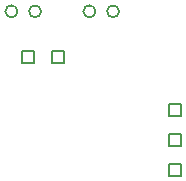
<source format=gbr>
%TF.GenerationSoftware,Altium Limited,Altium Designer,22.7.1 (60)*%
G04 Layer_Color=2752767*
%FSLAX45Y45*%
%MOMM*%
%TF.SameCoordinates,04235CBA-543E-4B11-AFE6-CF9E8B66919D*%
%TF.FilePolarity,Positive*%
%TF.FileFunction,Drawing*%
%TF.Part,Single*%
G01*
G75*
%TA.AperFunction,NonConductor*%
%ADD41C,0.12700*%
%ADD42C,0.16933*%
D41*
X10909300Y6896100D02*
Y6997700D01*
X11010900D01*
Y6896100D01*
X10909300D01*
Y6642100D02*
Y6743700D01*
X11010900D01*
Y6642100D01*
X10909300D01*
Y6388100D02*
Y6489700D01*
X11010900D01*
Y6388100D01*
X10909300D01*
X9664700Y7340600D02*
Y7442200D01*
X9766300D01*
Y7340600D01*
X9664700D01*
X9918700D02*
Y7442200D01*
X10020300D01*
Y7340600D01*
X9918700D01*
D42*
X10288600Y7781400D02*
G03*
X10288600Y7781400I-50800J0D01*
G01*
X10488600D02*
G03*
X10488600Y7781400I-50800J0D01*
G01*
X9628200D02*
G03*
X9628200Y7781400I-50800J0D01*
G01*
X9828200D02*
G03*
X9828200Y7781400I-50800J0D01*
G01*
%TF.MD5,00eb2ecc930793336966a7af78439411*%
M02*

</source>
